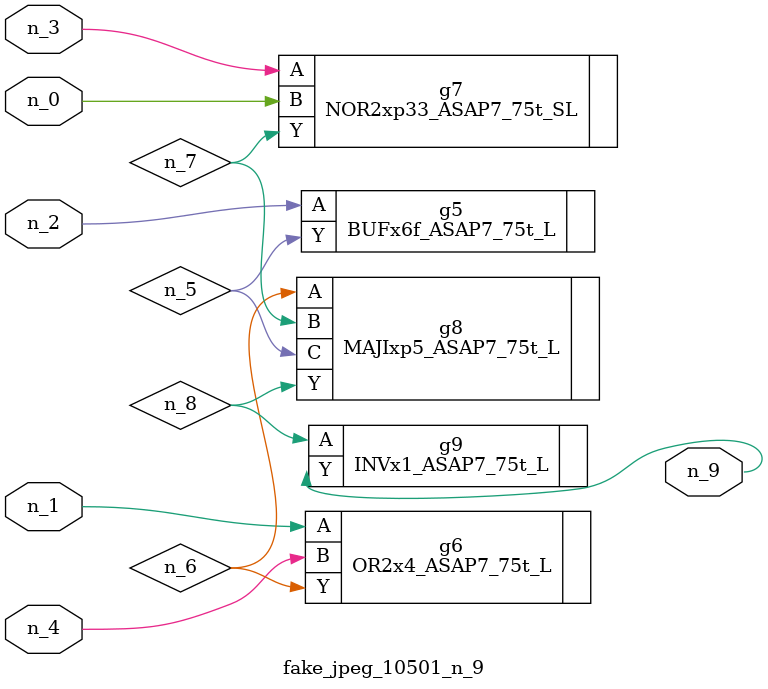
<source format=v>
module fake_jpeg_10501_n_9 (n_3, n_2, n_1, n_0, n_4, n_9);

input n_3;
input n_2;
input n_1;
input n_0;
input n_4;

output n_9;

wire n_8;
wire n_6;
wire n_5;
wire n_7;

BUFx6f_ASAP7_75t_L g5 ( 
.A(n_2),
.Y(n_5)
);

OR2x4_ASAP7_75t_L g6 ( 
.A(n_1),
.B(n_4),
.Y(n_6)
);

NOR2xp33_ASAP7_75t_SL g7 ( 
.A(n_3),
.B(n_0),
.Y(n_7)
);

MAJIxp5_ASAP7_75t_L g8 ( 
.A(n_6),
.B(n_7),
.C(n_5),
.Y(n_8)
);

INVx1_ASAP7_75t_L g9 ( 
.A(n_8),
.Y(n_9)
);


endmodule
</source>
